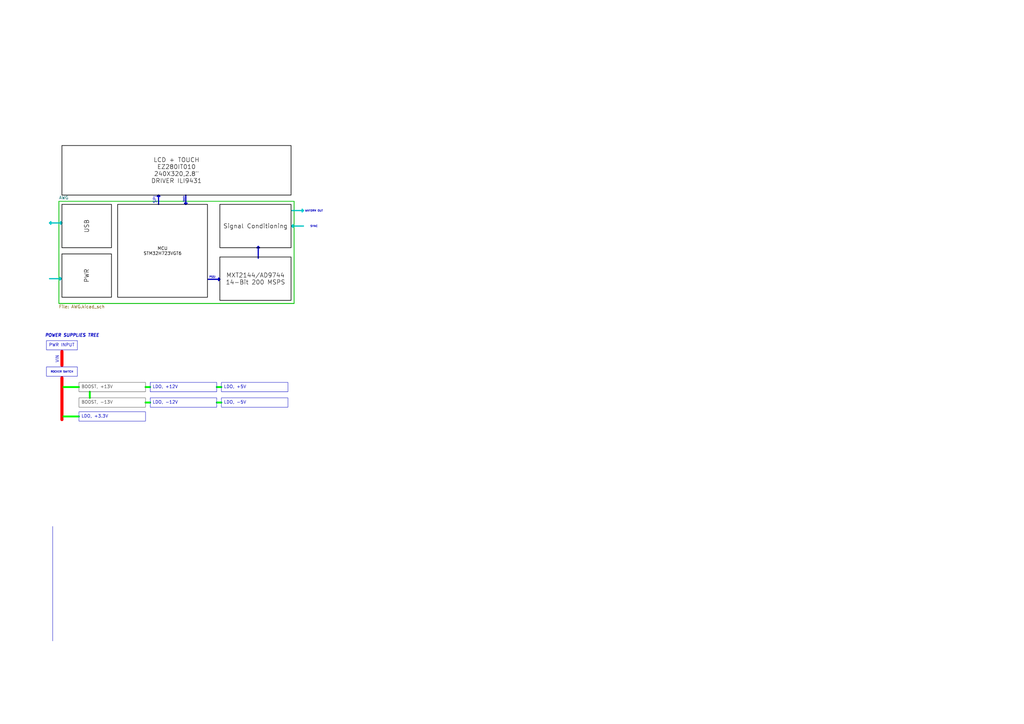
<source format=kicad_sch>
(kicad_sch
	(version 20250114)
	(generator "eeschema")
	(generator_version "9.0")
	(uuid "e95b72c3-b1ed-48ca-8bbf-ccab0aad1594")
	(paper "A3")
	(lib_symbols)
	(text "VIN"
		(exclude_from_sim no)
		(at 23.495 147.32 90)
		(effects
			(font
				(size 1.27 1.27)
			)
		)
		(uuid "28a2a646-c6d9-48ad-b40e-3a6606c6b744")
	)
	(text "TOUCH"
		(exclude_from_sim no)
		(at 75.438 81.788 90)
		(effects
			(font
				(size 0.508 0.508)
			)
		)
		(uuid "3d699abf-cec5-435b-81ad-c955811f0fbe")
	)
	(text "PSSI"
		(exclude_from_sim no)
		(at 87.122 113.792 0)
		(effects
			(font
				(size 0.762 0.762)
			)
		)
		(uuid "5d19f191-7d56-46b2-8149-6989cb6f4a02")
	)
	(text "POWER SUPPLIES TREE"
		(exclude_from_sim no)
		(at 18.415 138.43 0)
		(effects
			(font
				(size 1.27 1.27)
				(thickness 0.254)
				(bold yes)
				(italic yes)
			)
			(justify left bottom)
		)
		(uuid "8150d19f-afb0-4215-8f8f-ab08a05f56b9")
	)
	(text "SPI"
		(exclude_from_sim no)
		(at 63.5 82.042 90)
		(effects
			(font
				(size 1.27 1.27)
			)
		)
		(uuid "a1cbee6e-4652-4e3b-b131-e611a4be54fe")
	)
	(text "WAFORM OUT"
		(exclude_from_sim no)
		(at 128.778 86.614 0)
		(effects
			(font
				(size 0.762 0.762)
			)
		)
		(uuid "beee943a-3afb-4da3-a47d-9146d6fc0444")
	)
	(text "SYNC"
		(exclude_from_sim no)
		(at 128.778 92.964 0)
		(effects
			(font
				(size 0.762 0.762)
			)
		)
		(uuid "dbea26b0-d0d4-474d-98a5-d8cb9958b67a")
	)
	(text_box "USB"
		(exclude_from_sim no)
		(at 25.4 83.82 90)
		(size 20.32 17.78)
		(margins 0.9525 0.9525 0.9525 0.9525)
		(stroke
			(width 0.254)
			(type default)
			(color 0 0 0 1)
		)
		(fill
			(type none)
		)
		(effects
			(font
				(size 1.778 1.778)
				(color 0 0 0 1)
			)
		)
		(uuid "0a38be8a-6461-4018-a609-940d27d801a0")
	)
	(text_box "LCD + TOUCH\nEZ280IT010\n240X320,2.8\"\nDRIVER ILI9431"
		(exclude_from_sim no)
		(at 25.4 59.69 0)
		(size 93.98 20.32)
		(margins 0.9525 0.9525 0.9525 0.9525)
		(stroke
			(width 0.254)
			(type default)
			(color 0 0 0 1)
		)
		(fill
			(type none)
		)
		(effects
			(font
				(size 1.778 1.778)
				(color 0 0 0 1)
			)
		)
		(uuid "10e3ce31-550c-4e00-94f9-5b1c476693dc")
	)
	(text_box "PWR INPUT"
		(exclude_from_sim no)
		(at 19.05 139.7 0)
		(size 12.7 3.81)
		(margins 0.9525 0.9525 0.9525 0.9525)
		(stroke
			(width 0)
			(type default)
		)
		(fill
			(type none)
		)
		(effects
			(font
				(size 1.27 1.27)
			)
			(justify left top)
		)
		(uuid "175ff9ba-7315-48e5-9f74-258a3343a45b")
	)
	(text_box "MCU\nSTM32H723VGT6"
		(exclude_from_sim no)
		(at 48.26 83.82 0)
		(size 36.83 38.1)
		(margins 0.9525 0.9525 0.9525 0.9525)
		(stroke
			(width 0.254)
			(type default)
			(color 0 0 0 1)
		)
		(fill
			(type none)
		)
		(effects
			(font
				(size 1.27 1.27)
				(color 0 0 0 1)
			)
		)
		(uuid "4dd37036-6390-4945-a8b4-ebc161cbc377")
	)
	(text_box "ROCKER SWITCH"
		(exclude_from_sim no)
		(at 19.05 150.495 0)
		(size 12.7 3.81)
		(margins 0.9525 0.9525 0.9525 0.9525)
		(stroke
			(width 0)
			(type default)
		)
		(fill
			(type none)
		)
		(effects
			(font
				(size 0.762 0.762)
			)
		)
		(uuid "50117976-8619-47a2-8e14-75a5fa04f3a4")
	)
	(text_box "BOOST, -13V"
		(exclude_from_sim no)
		(at 32.385 163.195 0)
		(size 27.305 3.81)
		(margins 0.9525 0.9525 0.9525 0.9525)
		(stroke
			(width 0)
			(type default)
			(color 72 72 72 1)
		)
		(fill
			(type none)
		)
		(effects
			(font
				(size 1.27 1.27)
				(color 72 72 72 1)
			)
			(justify left top)
		)
		(uuid "53ffcfff-74c5-47ac-8ed6-bf64a4d59956")
	)
	(text_box "LDO, -5V"
		(exclude_from_sim no)
		(at 90.805 163.195 0)
		(size 27.305 3.81)
		(margins 0.9525 0.9525 0.9525 0.9525)
		(stroke
			(width 0)
			(type default)
		)
		(fill
			(type none)
		)
		(effects
			(font
				(size 1.27 1.27)
			)
			(justify left top)
		)
		(uuid "62a708fb-3621-495f-9f9a-d2efac5dbc06")
	)
	(text_box "LDO, +5V"
		(exclude_from_sim no)
		(at 90.805 156.845 0)
		(size 27.305 3.81)
		(margins 0.9525 0.9525 0.9525 0.9525)
		(stroke
			(width 0)
			(type default)
		)
		(fill
			(type none)
		)
		(effects
			(font
				(size 1.27 1.27)
			)
			(justify left top)
		)
		(uuid "65422ed6-ac7b-47f0-8a03-29675eb782d9")
	)
	(text_box "Signal Conditioning"
		(exclude_from_sim no)
		(at 90.17 83.82 0)
		(size 29.21 17.78)
		(margins 0.9525 0.9525 0.9525 0.9525)
		(stroke
			(width 0.254)
			(type default)
			(color 0 0 0 1)
		)
		(fill
			(type none)
		)
		(effects
			(font
				(size 1.778 1.778)
				(color 0 0 0 1)
			)
		)
		(uuid "7cf084e4-bb16-4e78-a784-74e42ece6c89")
	)
	(text_box "MXT2144/AD9744\n14-Bit 200 MSPS"
		(exclude_from_sim no)
		(at 90.17 105.41 0)
		(size 29.21 17.78)
		(margins 0.9525 0.9525 0.9525 0.9525)
		(stroke
			(width 0.254)
			(type default)
			(color 0 0 0 1)
		)
		(fill
			(type none)
		)
		(effects
			(font
				(size 1.778 1.778)
				(color 0 0 0 1)
			)
		)
		(uuid "a3cc4c58-4814-42e0-a467-dd401ea3af8a")
	)
	(text_box "PWR"
		(exclude_from_sim no)
		(at 25.4 104.14 90)
		(size 20.32 17.78)
		(margins 0.9525 0.9525 0.9525 0.9525)
		(stroke
			(width 0.254)
			(type default)
			(color 0 0 0 1)
		)
		(fill
			(type none)
		)
		(effects
			(font
				(size 1.778 1.778)
				(color 0 0 0 1)
			)
		)
		(uuid "b90d719e-410e-48a2-92ca-52e367908343")
	)
	(text_box "LDO, +3.3V"
		(exclude_from_sim no)
		(at 32.385 168.91 0)
		(size 27.305 3.81)
		(margins 0.9525 0.9525 0.9525 0.9525)
		(stroke
			(width 0)
			(type default)
		)
		(fill
			(type none)
		)
		(effects
			(font
				(size 1.27 1.27)
			)
			(justify left top)
		)
		(uuid "c4241a8f-cd0e-4314-a0fb-b85bd50dbab5")
	)
	(text_box "LDO, +12V"
		(exclude_from_sim no)
		(at 61.595 156.845 0)
		(size 27.305 3.81)
		(margins 0.9525 0.9525 0.9525 0.9525)
		(stroke
			(width 0)
			(type default)
		)
		(fill
			(type none)
		)
		(effects
			(font
				(size 1.27 1.27)
			)
			(justify left top)
		)
		(uuid "c88dee59-bcb7-4263-9073-896b83964761")
	)
	(text_box "LDO, -12V"
		(exclude_from_sim no)
		(at 61.595 163.195 0)
		(size 27.305 3.81)
		(margins 0.9525 0.9525 0.9525 0.9525)
		(stroke
			(width 0)
			(type default)
		)
		(fill
			(type none)
		)
		(effects
			(font
				(size 1.27 1.27)
			)
			(justify left top)
		)
		(uuid "cbde74b3-51d3-4bf7-b642-e170bbf86ea3")
	)
	(text_box "BOOST, +13V"
		(exclude_from_sim no)
		(at 32.385 156.845 0)
		(size 27.305 3.81)
		(margins 0.9525 0.9525 0.9525 0.9525)
		(stroke
			(width 0)
			(type default)
			(color 72 72 72 1)
		)
		(fill
			(type none)
		)
		(effects
			(font
				(size 1.27 1.27)
				(color 72 72 72 1)
			)
			(justify left top)
		)
		(uuid "f42b3c6f-d081-448f-a051-e6f756967e5b")
	)
	(polyline
		(pts
			(xy 20.32 91.44) (xy 20.828 90.932)
		)
		(stroke
			(width 0.508)
			(type default)
			(color 0 194 194 1)
		)
		(uuid "05869ecb-a833-4f37-b17c-af2a758ba889")
	)
	(polyline
		(pts
			(xy 90.17 114.554) (xy 89.662 114.046)
		)
		(stroke
			(width 0.508)
			(type default)
		)
		(uuid "071e81fc-2c32-4e13-8b8b-a710554e06bb")
	)
	(polyline
		(pts
			(xy 20.828 91.948) (xy 20.828 90.932)
		)
		(stroke
			(width 0.508)
			(type default)
			(color 0 194 194 1)
		)
		(uuid "08b04d18-671a-40fe-9e64-9d90c257d6da")
	)
	(polyline
		(pts
			(xy 25.4 91.44) (xy 24.892 90.932)
		)
		(stroke
			(width 0.508)
			(type default)
			(color 0 194 194 1)
		)
		(uuid "0c6e434b-85d5-4447-be56-0e77b6cb5553")
	)
	(polyline
		(pts
			(xy 119.634 92.71) (xy 120.142 92.202)
		)
		(stroke
			(width 0.508)
			(type default)
			(color 0 194 194 1)
		)
		(uuid "0f9b0a06-1836-461b-abca-15bb0f16889d")
	)
	(polyline
		(pts
			(xy 105.918 101.092) (xy 105.41 101.6)
		)
		(stroke
			(width 0.508)
			(type default)
		)
		(uuid "1dcd23de-b69c-415b-a614-ab50370732d1")
	)
	(polyline
		(pts
			(xy 76.708 83.312) (xy 75.692 83.312)
		)
		(stroke
			(width 0.508)
			(type default)
		)
		(uuid "24242ee9-9391-438b-b0aa-cbf3dc9f4529")
	)
	(polyline
		(pts
			(xy 61.595 165.1) (xy 59.69 165.1)
		)
		(stroke
			(width 0.762)
			(type default)
			(color 0 255 0 1)
		)
		(uuid "25116667-5382-4d38-9b96-fa31b74578f7")
	)
	(polyline
		(pts
			(xy 65.024 80.01) (xy 65.024 83.82)
		)
		(stroke
			(width 0.508)
			(type default)
		)
		(uuid "279bdea4-c656-4a46-87f0-a2e3f63f97f8")
	)
	(polyline
		(pts
			(xy 105.41 101.6) (xy 106.426 101.6)
		)
		(stroke
			(width 0.508)
			(type default)
		)
		(uuid "2c69f817-407e-423c-a631-8f2914a845eb")
	)
	(polyline
		(pts
			(xy 36.83 163.195) (xy 36.83 160.655)
		)
		(stroke
			(width 0.762)
			(type default)
			(color 0 255 0 1)
		)
		(uuid "2f6e0a8b-ae34-47c4-9910-deb86313b50f")
	)
	(polyline
		(pts
			(xy 90.17 114.554) (xy 89.662 115.062)
		)
		(stroke
			(width 0.508)
			(type default)
		)
		(uuid "2fdf392c-0d97-41a8-88e0-2e5e981b90a8")
	)
	(polyline
		(pts
			(xy 90.805 158.75) (xy 88.9 158.75)
		)
		(stroke
			(width 0.762)
			(type default)
			(color 0 255 0 1)
		)
		(uuid "32d139a3-4280-4fbc-8e11-91e8a6bbf3f4")
	)
	(polyline
		(pts
			(xy 20.32 91.44) (xy 20.828 91.948)
		)
		(stroke
			(width 0.508)
			(type default)
			(color 0 194 194 1)
		)
		(uuid "5341906a-65bd-480f-92fd-f38124a51c69")
	)
	(polyline
		(pts
			(xy 105.918 101.092) (xy 106.426 101.6)
		)
		(stroke
			(width 0.508)
			(type default)
		)
		(uuid "54d55fab-33d0-4e5e-9d9f-d24240f48ea8")
	)
	(polyline
		(pts
			(xy 25.4 91.44) (xy 24.892 91.948)
		)
		(stroke
			(width 0.508)
			(type default)
			(color 0 194 194 1)
		)
		(uuid "58f2df60-89d9-449c-a289-0c9291b7da7c")
	)
	(polyline
		(pts
			(xy 65.024 80.01) (xy 64.516 80.518)
		)
		(stroke
			(width 0.508)
			(type default)
		)
		(uuid "68f8b235-63b0-4889-9982-6f39e7df7d45")
	)
	(polyline
		(pts
			(xy 124.46 86.36) (xy 119.634 86.36)
		)
		(stroke
			(width 0.508)
			(type default)
			(color 0 194 194 1)
		)
		(uuid "6bf00a94-59dc-46ca-836f-d0206cb26d74")
	)
	(polyline
		(pts
			(xy 90.805 165.1) (xy 88.9 165.1)
		)
		(stroke
			(width 0.762)
			(type default)
			(color 0 255 0 1)
		)
		(uuid "6c0f791f-328a-466c-839b-c9da7f78a91a")
	)
	(polyline
		(pts
			(xy 25.4 154.94) (xy 25.4 172.085)
		)
		(stroke
			(width 1.27)
			(type default)
			(color 255 0 0 1)
		)
		(uuid "6ec5fc32-232c-4e99-93b7-1569d92e3713")
	)
	(polyline
		(pts
			(xy 119.634 92.71) (xy 124.46 92.71)
		)
		(stroke
			(width 0.508)
			(type default)
			(color 0 194 194 1)
		)
		(uuid "74eb4c75-ee6e-46ce-ae76-23db623b74d8")
	)
	(polyline
		(pts
			(xy 76.2 83.82) (xy 76.708 83.312)
		)
		(stroke
			(width 0.508)
			(type default)
		)
		(uuid "89e21362-55ef-4563-b814-882bd0976e7d")
	)
	(polyline
		(pts
			(xy 21.59 262.89) (xy 21.59 215.9)
		)
		(stroke
			(width 0)
			(type solid)
		)
		(uuid "8cceffd6-84b5-4ebd-a9c9-12263dd012bf")
	)
	(polyline
		(pts
			(xy 20.32 91.44) (xy 25.146 91.44)
		)
		(stroke
			(width 0.508)
			(type default)
			(color 0 194 194 1)
		)
		(uuid "8d0c0da2-fcff-44ff-a9cc-a58b97e7436a")
	)
	(polyline
		(pts
			(xy 24.892 90.932) (xy 24.892 91.948)
		)
		(stroke
			(width 0.508)
			(type default)
			(color 0 194 194 1)
		)
		(uuid "8f85f4da-1057-40f7-a63c-8bf636f0460f")
	)
	(polyline
		(pts
			(xy 26.035 158.75) (xy 32.385 158.75)
		)
		(stroke
			(width 0.762)
			(type default)
			(color 0 255 0 1)
		)
		(uuid "9e03a8df-211f-4fe6-8333-82e7435eecde")
	)
	(polyline
		(pts
			(xy 105.918 101.092) (xy 105.918 105.918)
		)
		(stroke
			(width 0.508)
			(type default)
		)
		(uuid "a2711f7e-6a4f-4125-9572-53747f954a84")
	)
	(polyline
		(pts
			(xy 119.634 92.71) (xy 120.142 93.218)
		)
		(stroke
			(width 0.508)
			(type default)
			(color 0 194 194 1)
		)
		(uuid "a578dc98-5b93-4cdf-b89e-a4fcc114b0a1")
	)
	(polyline
		(pts
			(xy 25.146 114.3) (xy 24.638 114.808)
		)
		(stroke
			(width 0.508)
			(type default)
			(color 0 194 194 1)
		)
		(uuid "a82d38bb-80cf-46ee-b6ce-3e436f0c667f")
	)
	(polyline
		(pts
			(xy 24.638 113.792) (xy 24.638 114.808)
		)
		(stroke
			(width 0.508)
			(type default)
			(color 0 194 194 1)
		)
		(uuid "af6f14cf-e13f-483c-9070-7571887dfb33")
	)
	(polyline
		(pts
			(xy 124.46 86.36) (xy 123.952 86.868)
		)
		(stroke
			(width 0.508)
			(type default)
			(color 0 194 194 1)
		)
		(uuid "b651e4d9-3ff1-4c9c-a125-7e346844bc81")
	)
	(polyline
		(pts
			(xy 124.46 86.36) (xy 123.952 85.852)
		)
		(stroke
			(width 0.508)
			(type default)
			(color 0 194 194 1)
		)
		(uuid "b80b869a-4ee2-4aec-8924-c530b8121ee8")
	)
	(polyline
		(pts
			(xy 26.035 170.815) (xy 32.385 170.815)
		)
		(stroke
			(width 0.762)
			(type default)
			(color 0 255 0 1)
		)
		(uuid "c02a8bf1-cc5d-4128-9fc7-ef26ee65aeb0")
	)
	(polyline
		(pts
			(xy 61.595 158.75) (xy 59.69 158.75)
		)
		(stroke
			(width 0.762)
			(type default)
			(color 0 255 0 1)
		)
		(uuid "c727845f-e13f-4d60-ad1b-56d09f39a8dc")
	)
	(polyline
		(pts
			(xy 64.516 80.518) (xy 65.532 80.518)
		)
		(stroke
			(width 0.508)
			(type default)
		)
		(uuid "cd3729ad-cf2a-431f-9b77-e38c59b95110")
	)
	(polyline
		(pts
			(xy 89.662 114.046) (xy 89.662 115.062)
		)
		(stroke
			(width 0.508)
			(type default)
		)
		(uuid "cd91a22e-4346-4a61-a538-16f343553bee")
	)
	(polyline
		(pts
			(xy 123.952 85.852) (xy 123.952 86.868)
		)
		(stroke
			(width 0.508)
			(type default)
			(color 0 194 194 1)
		)
		(uuid "d1e32fbb-2b9c-404d-aab0-c0ae26b235c2")
	)
	(polyline
		(pts
			(xy 76.2 83.82) (xy 76.2 80.01)
		)
		(stroke
			(width 0.508)
			(type default)
		)
		(uuid "d87baeb4-67ca-4adc-b1aa-3587eab40515")
	)
	(polyline
		(pts
			(xy 25.146 114.3) (xy 20.32 114.3)
		)
		(stroke
			(width 0.508)
			(type default)
			(color 0 194 194 1)
		)
		(uuid "dd35a386-4ca7-41ce-a28c-21d896fb863b")
	)
	(polyline
		(pts
			(xy 25.146 114.3) (xy 24.638 113.792)
		)
		(stroke
			(width 0.508)
			(type default)
			(color 0 194 194 1)
		)
		(uuid "e13442b7-4e51-4790-983a-aac950c07675")
	)
	(polyline
		(pts
			(xy 120.142 93.218) (xy 120.142 92.202)
		)
		(stroke
			(width 0.508)
			(type default)
			(color 0 194 194 1)
		)
		(uuid "e384f2c8-3935-42cc-ab88-a8a0f2ad5841")
	)
	(polyline
		(pts
			(xy 65.024 80.01) (xy 65.532 80.518)
		)
		(stroke
			(width 0.508)
			(type default)
		)
		(uuid "e66c2038-6daf-41ea-aace-edde930518e2")
	)
	(polyline
		(pts
			(xy 76.2 83.82) (xy 75.692 83.312)
		)
		(stroke
			(width 0.508)
			(type default)
		)
		(uuid "ea3d878b-7b50-4bec-8c9f-757b5bcdd885")
	)
	(polyline
		(pts
			(xy 90.17 114.554) (xy 85.344 114.554)
		)
		(stroke
			(width 0.508)
			(type default)
		)
		(uuid "f5dabc6b-8974-454b-a830-7efe1b8155de")
	)
	(polyline
		(pts
			(xy 25.4 144.145) (xy 25.4 149.86)
		)
		(stroke
			(width 1.27)
			(type default)
			(color 255 0 0 1)
		)
		(uuid "f8c2e8d5-e804-4d7c-b7c5-1bdbcc30ad2e")
	)
	(sheet
		(at 24.13 82.55)
		(size 96.52 41.91)
		(exclude_from_sim no)
		(in_bom yes)
		(on_board yes)
		(dnp no)
		(fields_autoplaced yes)
		(stroke
			(width 0.254)
			(type solid)
			(color 0 194 0 1)
		)
		(fill
			(color 0 0 0 0.0000)
		)
		(uuid "01c2db10-d312-4c06-9ea0-598506f2329a")
		(property "Sheetname" "AWG"
			(at 24.13 81.8384 0)
			(effects
				(font
					(size 1.27 1.27)
				)
				(justify left bottom)
			)
		)
		(property "Sheetfile" "AWG.kicad_sch"
			(at 24.13 125.0446 0)
			(effects
				(font
					(size 1.27 1.27)
				)
				(justify left top)
			)
		)
		(instances
			(project "AWG101"
				(path "/e95b72c3-b1ed-48ca-8bbf-ccab0aad1594"
					(page "2")
				)
			)
		)
	)
	(sheet_instances
		(path "/"
			(page "1")
		)
	)
	(embedded_fonts no)
	(embedded_files
		(file
			(name "ANAS_METWALLY_CSH.kicad_wks")
			(type worksheet)
			(data |KLUv/WDeC50ZADakcSHwth4U7ILG4+ermDl85qeSRg5tC5X9BUWJyBnEYbFx+AtlAGUAawB9/Pnz
				Owd7Wb0lEDwOgbr6LmIe2r3vkNzd08m8siZ9nTscDGk6B4+Wpdd8T99kEtZ5rCx70cenXPYS7tWT
				oo7L6h8QsPjueYM1I/l8d5BjjTvVW4g66+udS45H1ZcgkmYDihlUBW8zzddRuM+7mGdsCy5Sp6WX
				9vaqWupaNobmXr6PQxE+gTvI4JybOO4ai2/i5F6KPrY+3UzV/gzDcFILq77rzaFv65ebFFDB9xLu
				YbcTs/WnrW8qcVHn6q36HcSktdG4eotjzbcYVXGx6ldLQMLdc5y5aC9EkFOnvbTXsIxaujuZUBaW
				xYVQPEoRCGsN16x1zqu+htCuTMPshQ0KqQHHYUjUPe5M7E627kq4xpgb38EQ35znmAQrB+9Wtsop
				f/XSEJXDXG+EPcFrHAptsXrswgKAgGUN9u08GC7MpT9/fsXo8z1W0ziCpI4nX4J6M+5wJt67nYP7
				LqNWjWYZj2L5uMdfR7c9Fjar2YFmn2l2snmOjWNEFhSJwmoaNVDTqDfFHZB8vXMnt80O1XCglGqI
				imFXYuEsfx1b5RCAn6AhRQWNTDAikhYkmQ5wRITkivOozfneuudTmnDbzpuAr1wKYl2dRa2S9SWs
				Bo7vm9mRm3BW4BTdFoAFLjjHmpzXheSMzcpo4Mnbh84qWQgDozDxoIR0lciDxkOA8C241rxNmse8
				CE7NM9WXDuIFZ7hn64kysHMkYfaO7nH/iQJ8xMGHBU5+HYd+LsuTqhkGmpHpFeiY0Qhn2xYON5rI
				f3j2geKLxB7GnGfZ44JnARgiJdqsK2j6VWkOhl9u+moVgEEsS0kHQQLh7y6fASeoxO7ZvXFAA3Af
				RyOC0bQHZYXN6m4XGuatpZWlJ4J4PKDoCU3qWnMrwwSwy6UAMoTpIrLVaBva6omiSd2W8ToJ786C
				veCP6igBmkn49KLSswznzwEP8ro+jMusHy1AcQINJz6fvbMci66SQUTO9MZRQSp0EbxAxREtEewQ
				aa08dsW1pFBgBhUYuWxAzo2oB/GLew0stH2otuoa/g==|
			)
			(checksum "573387D24A9E7D96EA7E70B307ACFC3F")
		)
	)
)

</source>
